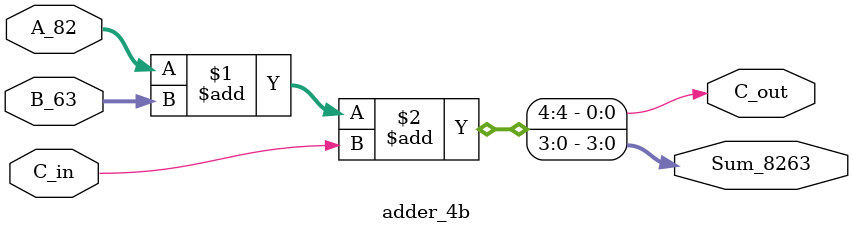
<source format=v>
module adder_4b (
	input [3:0] A_82, B_63,
	input C_in,
	output [3:0] Sum_8263,
	output C_out
);
	
	assign {C_out, Sum_8263} = A_82 + B_63 + C_in;

endmodule
	



</source>
